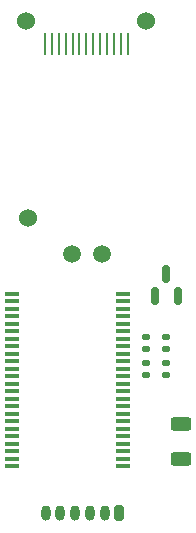
<source format=gbr>
%TF.GenerationSoftware,KiCad,Pcbnew,8.0.4*%
%TF.CreationDate,2024-08-28T21:17:21+02:00*%
%TF.ProjectId,Projektor,50726f6a-656b-4746-9f72-2e6b69636164,rev?*%
%TF.SameCoordinates,Original*%
%TF.FileFunction,Soldermask,Top*%
%TF.FilePolarity,Negative*%
%FSLAX46Y46*%
G04 Gerber Fmt 4.6, Leading zero omitted, Abs format (unit mm)*
G04 Created by KiCad (PCBNEW 8.0.4) date 2024-08-28 21:17:21*
%MOMM*%
%LPD*%
G01*
G04 APERTURE LIST*
G04 Aperture macros list*
%AMRoundRect*
0 Rectangle with rounded corners*
0 $1 Rounding radius*
0 $2 $3 $4 $5 $6 $7 $8 $9 X,Y pos of 4 corners*
0 Add a 4 corners polygon primitive as box body*
4,1,4,$2,$3,$4,$5,$6,$7,$8,$9,$2,$3,0*
0 Add four circle primitives for the rounded corners*
1,1,$1+$1,$2,$3*
1,1,$1+$1,$4,$5*
1,1,$1+$1,$6,$7*
1,1,$1+$1,$8,$9*
0 Add four rect primitives between the rounded corners*
20,1,$1+$1,$2,$3,$4,$5,0*
20,1,$1+$1,$4,$5,$6,$7,0*
20,1,$1+$1,$6,$7,$8,$9,0*
20,1,$1+$1,$8,$9,$2,$3,0*%
G04 Aperture macros list end*
%ADD10RoundRect,0.150000X0.150000X-0.587500X0.150000X0.587500X-0.150000X0.587500X-0.150000X-0.587500X0*%
%ADD11RoundRect,0.200000X0.200000X0.450000X-0.200000X0.450000X-0.200000X-0.450000X0.200000X-0.450000X0*%
%ADD12O,0.800000X1.300000*%
%ADD13RoundRect,0.140000X-0.170000X0.140000X-0.170000X-0.140000X0.170000X-0.140000X0.170000X0.140000X0*%
%ADD14RoundRect,0.250000X-0.625000X0.312500X-0.625000X-0.312500X0.625000X-0.312500X0.625000X0.312500X0*%
%ADD15RoundRect,0.135000X-0.185000X0.135000X-0.185000X-0.135000X0.185000X-0.135000X0.185000X0.135000X0*%
%ADD16RoundRect,0.135000X0.185000X-0.135000X0.185000X0.135000X-0.185000X0.135000X-0.185000X-0.135000X0*%
%ADD17R,1.200000X0.400000*%
%ADD18C,1.524000*%
%ADD19R,0.250000X1.905000*%
%ADD20C,1.500000*%
G04 APERTURE END LIST*
D10*
%TO.C,Q1*%
X240788025Y-46132500D03*
X242688025Y-46132500D03*
X241738025Y-44257500D03*
%TD*%
D11*
%TO.C,J1*%
X237750000Y-64500000D03*
D12*
X236500000Y-64500000D03*
X235250000Y-64500000D03*
X234000000Y-64500000D03*
X232750000Y-64500000D03*
X231500000Y-64500000D03*
%TD*%
D13*
%TO.C,C1*%
X240038025Y-51857500D03*
X240038025Y-52817500D03*
%TD*%
D14*
%TO.C,R4*%
X243000000Y-57000000D03*
X243000000Y-59925000D03*
%TD*%
D15*
%TO.C,R3*%
X241738025Y-51857500D03*
X241738025Y-52877500D03*
%TD*%
%TO.C,R2*%
X241738025Y-49657500D03*
X241738025Y-50677500D03*
%TD*%
D16*
%TO.C,R1*%
X240038025Y-50657500D03*
X240038025Y-49637500D03*
%TD*%
D17*
%TO.C,U2*%
X238038025Y-60562500D03*
X238038025Y-59927500D03*
X238038025Y-59292500D03*
X238038025Y-58657500D03*
X238038025Y-58022500D03*
X238038025Y-57387500D03*
X238038025Y-56752500D03*
X238038025Y-56117500D03*
X238038025Y-55482500D03*
X238038025Y-54847500D03*
X238038025Y-54212500D03*
X238038025Y-53577500D03*
X238038025Y-52942500D03*
X238038025Y-52307500D03*
X238038025Y-51672500D03*
X238038025Y-51037500D03*
X238038025Y-50402500D03*
X238038025Y-49767500D03*
X238038025Y-49132500D03*
X238038025Y-48497500D03*
X238038025Y-47862500D03*
X238038025Y-47227500D03*
X238038025Y-46592500D03*
X238038025Y-45957500D03*
X228638025Y-45957500D03*
X228638025Y-46592500D03*
X228638025Y-47227500D03*
X228638025Y-47862500D03*
X228638025Y-48497500D03*
X228638025Y-49132500D03*
X228638025Y-49767500D03*
X228638025Y-50402500D03*
X228638025Y-51037500D03*
X228638025Y-51672500D03*
X228638025Y-52307500D03*
X228638025Y-52942500D03*
X228638025Y-53577500D03*
X228638025Y-54212500D03*
X228638025Y-54847500D03*
X228638025Y-55482500D03*
X228638025Y-56117500D03*
X228638025Y-56752500D03*
X228638025Y-57387500D03*
X228638025Y-58022500D03*
X228638025Y-58657500D03*
X228638025Y-59292500D03*
X228638025Y-59927500D03*
X228638025Y-60562500D03*
%TD*%
D18*
%TO.C,U1*%
X229875000Y-22900000D03*
X230005000Y-39537000D03*
X240035000Y-22900000D03*
D19*
X231442600Y-24851500D03*
X232027600Y-24851500D03*
X232612600Y-24851500D03*
X233197600Y-24851500D03*
X233782600Y-24851500D03*
X234367600Y-24851500D03*
X234952600Y-24851500D03*
X235537600Y-24851500D03*
X236122600Y-24851500D03*
X236707600Y-24851500D03*
X237292600Y-24851500D03*
X237877600Y-24851500D03*
X238462600Y-24851500D03*
D20*
X233745000Y-42585000D03*
X236285000Y-42585000D03*
%TD*%
M02*

</source>
